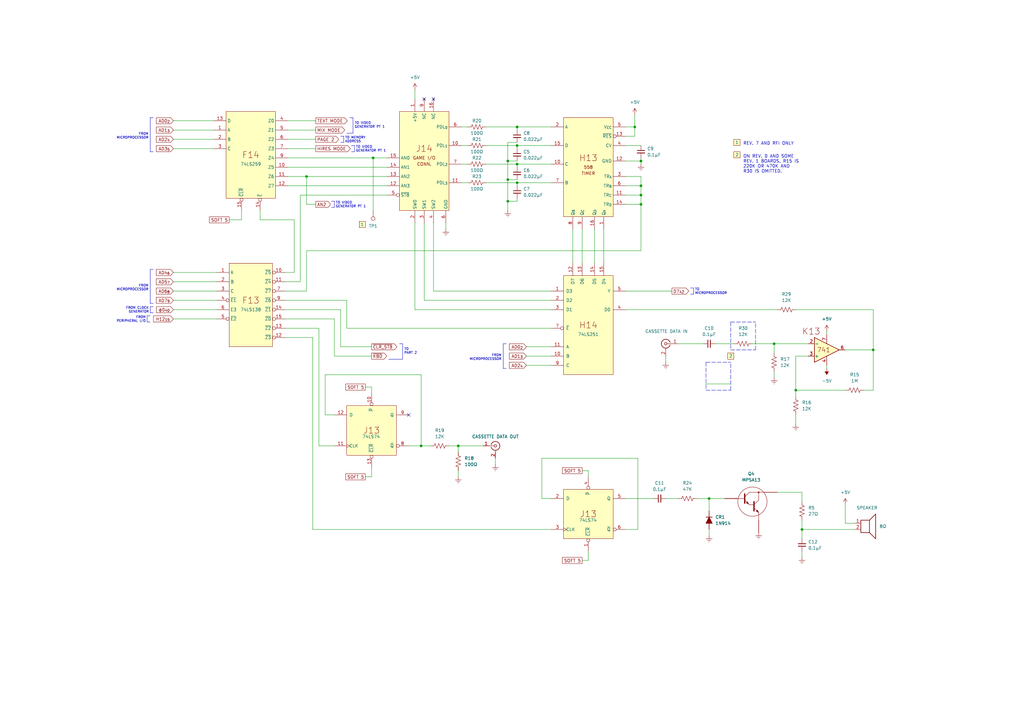
<source format=kicad_sch>
(kicad_sch (version 20211123) (generator eeschema)
  (paper "A3")
  (title_block (title "Apple II - On-Board I/O Part 1") (date "2022-07-11") (rev "ALL") (company "Apple Computers, Inc.") (comment 1 "Original schematic by Apple Computers") (comment 2 "https://github.com/omega9380/Retro-Schematics") (comment 3 "Replication by Omega9380 - July 2022") (comment 4 "Source: The Apple II Circuit Description by W. Gayler"))
  (lib_symbols
    (symbol "Apple II:F13_74LS138"
      (property "Value" "F13_74LS138" (at -7.62 1.27 0))
      (symbol "F13_74LS138_0_0"
        (rectangle (start 0 0) (end 17.78 -34.29) (fill (type background)))
        (text "F13" (at 8.89 -15.24 0) (effects (font (size 2.54 2.54))))
      )
      (symbol "F13_74LS138_1_0"
        (pin passive line (at -5.08 -3.81 0) (length 5.08) (name "A") (number "1"))
        (pin passive inverted (at 22.86 -3.81 180) (length 5.08) (name "~{Z5}") (number "10"))
        (pin passive inverted (at 22.86 -7.62 180) (length 5.08) (name "~{Z4}") (number "11"))
        (pin passive inverted (at 22.86 -30.48 180) (length 5.08) (name "~{Z3}") (number "12"))
        (pin passive inverted (at 22.86 -26.67 180) (length 5.08) (name "~{Z2}") (number "13"))
        (pin passive inverted (at 22.86 -19.05 180) (length 5.08) (name "~{Z1}") (number "14"))
        (pin passive inverted (at 22.86 -22.86 180) (length 5.08) (name "~{Z0}") (number "15"))
        (pin passive line (at -5.08 -7.62 0) (length 5.08) (name "B") (number "2"))
        (pin passive line (at -5.08 -11.43 0) (length 5.08) (name "C") (number "3"))
        (pin passive inverted (at -5.08 -15.24 0) (length 5.08) (name "~{E1}") (number "4"))
        (pin passive inverted (at -5.08 -22.86 0) (length 5.08) (name "~{E2}") (number "5"))
        (pin passive line (at -5.08 -19.05 0) (length 5.08) (name "E3") (number "6"))
        (pin passive inverted (at 22.86 -11.43 180) (length 5.08) (name "~{Z7}") (number "7"))
        (pin passive inverted (at 22.86 -15.24 180) (length 5.08) (name "~{Z6}") (number "9"))
      )
    )
    (symbol "Apple II:F14_74LS259"
      (property "Value" "F14_74LS259" (at -7.62 1.27 0))
      (symbol "F14_74LS259_0_0"
        (text "F14" (at 10.16 -17.78 0) (effects (font (size 2.54 2.54))))
      )
      (symbol "F14_74LS259_0_1"
        (rectangle (start 0 0) (end 20.32 -35.56) (fill (type background)))
      )
      (symbol "F14_74LS259_1_0"
        (pin passive line (at -5.08 -7.62 0) (length 5.08) (name "A") (number "1"))
        (pin passive line (at 25.4 -22.86 180) (length 5.08) (name "Z5") (number "10"))
        (pin passive line (at 25.4 -26.67 180) (length 5.08) (name "Z6") (number "11"))
        (pin passive line (at 25.4 -30.48 180) (length 5.08) (name "Z7") (number "12"))
        (pin passive line (at -5.08 -3.81 0) (length 5.08) (name "D") (number "13"))
        (pin passive inverted (at 13.97 -40.64 90) (length 5.08) (name "~{E}") (number "14"))
        (pin passive inverted (at 6.35 -40.64 90) (length 5.08) (name "~{CLR}") (number "15"))
        (pin passive line (at -5.08 -11.43 0) (length 5.08) (name "B") (number "2"))
        (pin passive line (at -5.08 -15.24 0) (length 5.08) (name "C") (number "3"))
        (pin passive line (at 25.4 -3.81 180) (length 5.08) (name "Z0") (number "4"))
        (pin passive line (at 25.4 -7.62 180) (length 5.08) (name "Z1") (number "5"))
        (pin passive line (at 25.4 -11.43 180) (length 5.08) (name "Z2") (number "6"))
        (pin passive line (at 25.4 -15.24 180) (length 5.08) (name "Z3") (number "7"))
        (pin passive line (at 25.4 -19.05 180) (length 5.08) (name "Z4") (number "9"))
      )
    )
    (symbol "Apple II:H13_558_TIMER"
      (symbol "H13_558_TIMER_0_0"
        (text "558" (at 10.16 -20.32 0) (effects (font (size 1.27 1.27))))
        (text "H13" (at 10.16 -16.51 0) (effects (font (size 2.54 2.54))))
        (text "TIMER" (at 10.16 -22.86 0) (effects (font (size 1.27 1.27))))
      )
      (symbol "H13_558_TIMER_0_1"
        (rectangle (start 0 0) (end 20.32 -40.64) (fill (type background)))
      )
      (symbol "H13_558_TIMER_1_0"
        (pin input line (at 16.51 -45.72 90) (length 5.08) (name "Q_{A}") (number "1"))
        (pin input line (at -5.08 -19.05 0) (length 5.08) (name "C") (number "10"))
        (pin input line (at 25.4 -31.75 180) (length 5.08) (name "TR_{C}") (number "11"))
        (pin input line (at 25.4 -17.78 180) (length 5.08) (name "GND") (number "12"))
        (pin input inverted (at 25.4 -7.62 180) (length 5.08) (name "~{RES}") (number "13"))
        (pin input line (at 25.4 -35.56 180) (length 5.08) (name "TR_{D}") (number "14"))
        (pin input line (at -5.08 -11.43 0) (length 5.08) (name "D") (number "15"))
        (pin input line (at 12.7 -45.72 90) (length 5.08) (name "Q_{D}") (number "16"))
        (pin input line (at -5.08 -3.81 0) (length 5.08) (name "A") (number "2"))
        (pin input line (at 25.4 -24.13 180) (length 5.08) (name "TR_{A}") (number "3"))
        (pin input line (at 25.4 -11.43 180) (length 5.08) (name "CV") (number "4"))
        (pin input line (at 25.4 -3.81 180) (length 5.08) (name "V_{CC}") (number "5"))
        (pin input line (at 25.4 -27.94 180) (length 5.08) (name "TR_{B}") (number "6"))
        (pin input line (at -5.08 -26.67 0) (length 5.08) (name "B") (number "7"))
        (pin input line (at 3.81 -45.72 90) (length 5.08) (name "Q_{B}") (number "8"))
        (pin input line (at 7.62 -45.72 90) (length 5.08) (name "Q_{C}") (number "9"))
      )
    )
    (symbol "Apple II:H14_74LS251" (pin_names (offset 1.016))
      (property "Value" "H14_74LS251" (at -7.62 2.54 0))
      (symbol "H14_74LS251_0_0"
        (text "H14" (at 10.16 -20.32 0) (effects (font (size 2.54 2.54))))
      )
      (symbol "H14_74LS251_0_1"
        (rectangle (start 0 0) (end 20.32 -40.64) (fill (type background)))
      )
      (symbol "H14_74LS251_1_0"
        (pin input line (at -5.08 -6.35 0) (length 5.08) (name "D3") (number "1"))
        (pin input line (at -5.08 -33.02 0) (length 5.08) (name "B") (number "10"))
        (pin input line (at -5.08 -29.21 0) (length 5.08) (name "A") (number "11"))
        (pin input line (at 3.81 5.08 270) (length 5.08) (name "D7") (number "12"))
        (pin input line (at 7.62 5.08 270) (length 5.08) (name "D6") (number "13"))
        (pin input line (at 12.7 5.08 270) (length 5.08) (name "D5") (number "14"))
        (pin input line (at 16.51 5.08 270) (length 5.08) (name "D4") (number "15"))
        (pin input line (at -5.08 -10.16 0) (length 5.08) (name "D2") (number "2"))
        (pin input line (at -5.08 -13.97 0) (length 5.08) (name "D1") (number "3"))
        (pin input line (at 25.4 -13.97 180) (length 5.08) (name "D0") (number "4"))
        (pin tri_state line (at 25.4 -6.35 180) (length 5.08) (name "Y") (number "5"))
        (pin input inverted (at -5.08 -21.59 0) (length 5.08) (name "~{E}") (number "7"))
        (pin input line (at -5.08 -36.83 0) (length 5.08) (name "C") (number "9"))
      )
    )
    (symbol "Apple II:J13_74LS74" (pin_names (offset 1.016))
      (property "Value" "J13_74LS74" (at -6.35 1.27 0))
      (symbol "J13_74LS74_0_0"
        (text "J13" (at 10.16 -10.16 0) (effects (font (size 2.54 2.54))))
      )
      (symbol "J13_74LS74_0_1"
        (rectangle (start 0 0) (end 20.32 -20.32) (fill (type background)))
      )
      (symbol "J13_74LS74_1_0"
        (pin input inverted (at 10.16 -25.4 90) (length 5.08) (name "~{CLR}") (number "1"))
        (pin input line (at -5.08 -3.81 0) (length 5.08) (name "D") (number "2"))
        (pin input clock (at -5.08 -16.51 0) (length 5.08) (name "CLK") (number "3"))
        (pin input inverted (at 10.16 5.08 270) (length 5.08) (name "~{P}") (number "4"))
        (pin output line (at 25.4 -3.81 180) (length 5.08) (name "Q") (number "5"))
        (pin output inverted (at 25.4 -16.51 180) (length 5.08) (name "~{Q}") (number "6"))
      )
      (symbol "J13_74LS74_2_0"
        (pin input inverted (at 10.16 5.08 270) (length 5.08) (name "~{P}") (number "10"))
        (pin input clock (at -5.08 -16.51 0) (length 5.08) (name "CLK") (number "11"))
        (pin input line (at -5.08 -3.81 0) (length 5.08) (name "D") (number "12"))
        (pin input inverted (at 10.16 -25.4 90) (length 5.08) (name "~{CLR}") (number "13"))
        (pin output inverted (at 25.4 -16.51 180) (length 5.08) (name "~{Q}") (number "8"))
        (pin output line (at 25.4 -3.81 180) (length 5.08) (name "Q") (number "9"))
      )
    )
    (symbol "Apple II:J14_GAME_IO_CONN"
      (symbol "J14_GAME_IO_CONN_0_0"
        (text "CONN." (at 10.16 -21.59 0) (effects (font (size 1.27 1.27))))
        (text "GAME I/O" (at 10.16 -19.05 0) (effects (font (size 1.27 1.27))))
        (text "J14" (at 10.16 -15.24 0) (effects (font (size 2.54 2.54))))
      )
      (symbol "J14_GAME_IO_CONN_0_1"
        (rectangle (start 0 0) (end 20.32 -40.64) (fill (type background)))
      )
      (symbol "J14_GAME_IO_CONN_1_0"
        (pin passive line (at 6.35 5.08 270) (length 5.08) (name "+5V") (number "1"))
        (pin passive line (at 25.4 -13.97 180) (length 5.08) (name "PDL_{1}") (number "10"))
        (pin passive line (at 25.4 -29.21 180) (length 5.08) (name "PDL_{3}") (number "11"))
        (pin passive line (at -5.08 -30.48 0) (length 5.08) (name "AN3") (number "12"))
        (pin passive line (at -5.08 -26.67 0) (length 5.08) (name "AN2") (number "13"))
        (pin passive line (at -5.08 -22.86 0) (length 5.08) (name "AN1") (number "14"))
        (pin passive line (at -5.08 -19.05 0) (length 5.08) (name "AN0") (number "15"))
        (pin no_connect line (at 13.97 5.08 270) (length 5.08) (name "NC") (number "16"))
        (pin passive line (at 6.35 -45.72 90) (length 5.08) (name "SW0") (number "2"))
        (pin passive line (at 10.16 -45.72 90) (length 5.08) (name "SW1") (number "3"))
        (pin passive line (at 13.97 -45.72 90) (length 5.08) (name "SW2") (number "4"))
        (pin passive inverted (at -5.08 -34.29 0) (length 5.08) (name "~{STB}") (number "5"))
        (pin passive line (at 19.05 -45.72 90) (length 5.08) (name "GND") (number "6"))
        (pin passive line (at 25.4 -6.35 180) (length 5.08) (name "PDL_{0}") (number "6"))
        (pin passive line (at 25.4 -21.59 180) (length 5.08) (name "PDL_{2}") (number "7"))
        (pin no_connect line (at 10.16 5.08 270) (length 5.08) (name "NC") (number "9"))
      )
    )
    (symbol "Apple II:K13_LM741" (pin_names (offset 0.127))
      (symbol "K13_LM741_0_0"
        (text "741" (at -1.27 0 0) (effects (font (size 1.905 1.905))))
        (text "K13" (at -6.35 7.62 0) (effects (font (size 2.54 2.54))))
      )
      (symbol "K13_LM741_0_1"
        (polyline (pts (xy -5.08 5.08) (xy 5.08 0) (xy -5.08 -5.08) (xy -5.08 5.08)) (stroke (width 0.254)) (fill (type background)))
      )
      (symbol "K13_LM741_1_1"
        (pin input line (at -7.62 2.54 0) (length 2.54) (name "-") (number "2"))
        (pin input line (at -7.62 -2.54 0) (length 2.54) (name "+") (number "3"))
        (pin power_in line (at 0 -6.35 90) (length 3.81) (name "~") (number "4"))
        (pin output line (at 7.62 0 180) (length 2.54) (name "~") (number "6"))
        (pin power_in line (at 0 6.35 270) (length 3.81) (name "~") (number "7"))
      )
    )
    (symbol "Apple II:NOTE_NUMBER"
      (property "Value" "NOTE_NUMBER" (at 0 0 0))
      (symbol "NOTE_NUMBER_0_0"
        (rectangle (start -1.27 1.27) (end 1.27 -1.27) (fill (type background)))
      )
    )
    (symbol "Apple II:Q4_MPSA13"
      (property "Reference" "Q" (at 0 8.89 0))
      (property "Value" "Q4_MPSA13" (at 0 11.43 0))
      (symbol "Q4_MPSA13_0_1"
        (polyline (pts (xy -3.175 1.27) (xy -6.985 1.27)))
        (polyline (pts (xy -3.175 1.905) (xy -1.27 3.81)))
        (polyline (pts (xy -1.27 -1.27) (xy 0.635 -1.27)))
        (polyline (pts (xy 0.635 -1.27) (xy 2.54 0.635)))
        (polyline (pts (xy 2.54 -4.445) (xy 2.54 -7.62)))
        (polyline (pts (xy 2.54 3.81) (xy 5.715 3.81)))
        (polyline (pts (xy -3.175 0.635) (xy -1.27 -1.27) (xy -1.27 -1.27)))
        (polyline (pts (xy -3.175 3.175) (xy -3.175 -0.635) (xy -3.175 -0.635)) (stroke (width 0.508)))
        (polyline (pts (xy -1.27 3.81) (xy 2.54 3.81) (xy 2.54 0.635)))
        (polyline (pts (xy 0.635 -2.54) (xy 2.54 -4.445) (xy 2.54 -4.445)))
        (polyline (pts (xy 0.635 0) (xy 0.635 -3.81) (xy 0.635 -3.81)) (stroke (width 0.508)))
        (polyline (pts (xy -2.54 -0.508) (xy -2.032 0) (xy -1.524 -1.016) (xy -2.54 -0.508) (xy -2.54 -0.508)) (fill (type outline)))
        (polyline (pts (xy 1.524 -3.937) (xy 2.032 -3.429) (xy 2.54 -4.445) (xy 1.524 -3.937) (xy 1.524 -3.937)) (fill (type outline)))
        (circle (center 0 0) (radius 5.9906))
        (circle (center 2.54 3.81) (radius 0.254) (fill (type outline)))
      )
      (symbol "Q4_MPSA13_1_0"
        (pin passive line (at -11.43 1.27 0) (length 5.08) (name "~") (number ""))
        (pin passive line (at 2.54 -12.7 90) (length 5.08) (name "~") (number ""))
        (pin passive line (at 10.16 3.81 180) (length 5.08) (name "~") (number ""))
      )
    )
    (symbol "Connector:Conn_Coaxial" (pin_names (offset 1.016) hide)
      (property "Reference" "J" (at 0.254 3.048 0))
      (property "Value" "Conn_Coaxial" (at 2.921 0 90))
      (symbol "Conn_Coaxial_0_1"
        (arc (start -1.778 -0.508) (mid 0.2311 -1.8066) (end 1.778 0) (stroke (width 0.254)))
        (polyline (pts (xy -2.54 0) (xy -0.508 0)))
        (polyline (pts (xy 0 -2.54) (xy 0 -1.778)))
        (circle (center 0 0) (radius 0.508) (stroke (width 0.2032)))
        (arc (start 1.778 0) (mid 0.2099 1.8101) (end -1.778 0.508) (stroke (width 0.254)))
      )
      (symbol "Conn_Coaxial_1_1"
        (pin passive line (at -5.08 0 0) (length 2.54) (name "In") (number "1"))
        (pin passive line (at 0 -5.08 90) (length 2.54) (name "Ext") (number "2"))
      )
    )
    (symbol "Connector:TestPoint" (pin_numbers hide) (pin_names (offset 0.762) hide)
      (property "Reference" "TP" (at 0 6.858 0))
      (property "Value" "TestPoint" (at 0 5.08 0))
      (symbol "TestPoint_0_1"
        (circle (center 0 3.302) (radius 0.762))
      )
      (symbol "TestPoint_1_1"
        (pin passive line (at 0 0 90) (length 2.54) (name "1") (number "1"))
      )
    )
    (symbol "Device:C_Small" (pin_numbers hide) (pin_names (offset 0.254) hide)
      (property "Reference" "C" (at 0.254 1.778 0))
      (property "Value" "C_Small" (at 0.254 -2.032 0))
      (symbol "C_Small_0_1"
        (polyline (pts (xy -1.524 -0.508) (xy 1.524 -0.508)) (stroke (width 0.3302)))
        (polyline (pts (xy -1.524 0.508) (xy 1.524 0.508)) (stroke (width 0.3048)))
      )
      (symbol "C_Small_1_1"
        (pin passive line (at 0 2.54 270) (length 2.032) (name "~") (number "1"))
        (pin passive line (at 0 -2.54 90) (length 2.032) (name "~") (number "2"))
      )
    )
    (symbol "Device:D_Filled" (pin_numbers hide) (pin_names (offset 1.016) hide)
      (property "Reference" "D" (at 0 2.54 0))
      (property "Value" "D_Filled" (at 0 -2.54 0))
      (symbol "D_Filled_0_1"
        (polyline (pts (xy -1.27 1.27) (xy -1.27 -1.27)) (stroke (width 0.254)))
        (polyline (pts (xy 1.27 0) (xy -1.27 0)))
        (polyline (pts (xy 1.27 1.27) (xy 1.27 -1.27) (xy -1.27 0) (xy 1.27 1.27)) (stroke (width 0.254)) (fill (type outline)))
      )
      (symbol "D_Filled_1_1"
        (pin passive line (at -3.81 0 0) (length 2.54) (name "K") (number "1"))
        (pin passive line (at 3.81 0 180) (length 2.54) (name "A") (number "2"))
      )
    )
    (symbol "Device:R_US" (pin_numbers hide) (pin_names (offset 0))
      (property "Reference" "R" (at 2.54 0 90))
      (property "Value" "R_US" (at -2.54 0 90))
      (symbol "R_US_0_1"
        (polyline (pts (xy 0 -2.286) (xy 0 -2.54)))
        (polyline (pts (xy 0 2.286) (xy 0 2.54)))
        (polyline (pts (xy 0 -0.762) (xy 1.016 -1.143) (xy 0 -1.524) (xy -1.016 -1.905) (xy 0 -2.286)))
        (polyline (pts (xy 0 0.762) (xy 1.016 0.381) (xy 0 0) (xy -1.016 -0.381) (xy 0 -0.762)))
        (polyline (pts (xy 0 2.286) (xy 1.016 1.905) (xy 0 1.524) (xy -1.016 1.143) (xy 0 0.762)))
      )
      (symbol "R_US_1_1"
        (pin passive line (at 0 3.81 270) (length 1.27) (name "~") (number "1"))
        (pin passive line (at 0 -3.81 90) (length 1.27) (name "~") (number "2"))
      )
    )
    (symbol "Device:Speaker" (pin_names (offset 0) hide)
      (property "Reference" "LS" (at 1.27 5.715 0))
      (property "Value" "Speaker" (at 1.27 3.81 0))
      (symbol "Speaker_0_0"
        (rectangle (start -2.54 1.27) (end 1.016 -3.81) (stroke (width 0.254)))
        (polyline (pts (xy 1.016 1.27) (xy 3.556 3.81) (xy 3.556 -6.35) (xy 1.016 -3.81)) (stroke (width 0.254)))
      )
      (symbol "Speaker_1_1"
        (pin input line (at -5.08 0 0) (length 2.54) (name "1") (number "1"))
        (pin input line (at -5.08 -2.54 0) (length 2.54) (name "2") (number "2"))
      )
    )
    (symbol "power:+5V" (power) (pin_names (offset 0))
      (property "Value" "+5V" (at 0 3.556 0))
      (symbol "+5V_0_1"
        (polyline (pts (xy -0.762 1.27) (xy 0 2.54)))
        (polyline (pts (xy 0 0) (xy 0 2.54)))
        (polyline (pts (xy 0 2.54) (xy 0.762 1.27)))
      )
      (symbol "+5V_1_1"
        (pin power_in line (at 0 0 90) (length 0) hide (name "+5V") (number "1"))
      )
    )
    (symbol "power:-5V" (power) (pin_names (offset 0))
      (property "Value" "-5V" (at 0 3.81 0))
      (symbol "-5V_0_0"
        (pin power_in line (at 0 0 90) (length 0) hide (name "-5V") (number "1"))
      )
      (symbol "-5V_0_1"
        (polyline (pts (xy 0 0) (xy 0 1.27) (xy 0.762 1.27) (xy 0 2.54) (xy -0.762 1.27) (xy 0 1.27)) (fill (type outline)))
      )
    )
    (symbol "power:Earth" (power) (pin_names (offset 0))
      (symbol "Earth_0_1"
        (polyline (pts (xy -0.635 -1.905) (xy 0.635 -1.905)))
        (polyline (pts (xy -0.127 -2.54) (xy 0.127 -2.54)))
        (polyline (pts (xy 0 -1.27) (xy 0 0)))
        (polyline (pts (xy 1.27 -1.27) (xy -1.27 -1.27)))
      )
      (symbol "Earth_1_1"
        (pin power_in line (at 0 0 270) (length 0) hide (name "Earth") (number "1"))
      )
    )
  )
  (junction (at 358.14 143.51))
  (junction (at 208.28 73.66))
  (junction (at 208.28 82.55))
  (junction (at 262.89 76.2))
  (junction (at 262.89 66.04))
  (junction (at 328.93 217.17))
  (junction (at 262.89 80.01))
  (junction (at 187.96 182.88))
  (junction (at 262.89 83.82))
  (junction (at 208.28 66.04))
  (junction (at 326.39 160.02))
  (junction (at 260.35 52.07))
  (junction (at 153.035 64.77))
  (junction (at 212.09 59.69))
  (junction (at 125.73 72.39))
  (junction (at 172.72 182.88))
  (junction (at 212.09 52.07))
  (junction (at 290.83 204.47))
  (junction (at 212.09 67.31))
  (junction (at 212.09 74.93))
  (junction (at 317.5 140.97))
  (no_connect (at 173.99 40.64))
  (no_connect (at 177.8 40.64))
  (no_connect (at 167.64 170.18))
  (wire (pts (xy 71.12 130.81) (xy 88.9 130.81)))
  (wire (pts (xy 172.72 153.67) (xy 172.72 182.88)))
  (wire (pts (xy 71.12 53.34) (xy 87.63 53.34)))
  (wire (pts (xy 208.28 73.66) (xy 212.09 73.66)))
  (polyline (pts (xy 299.72 160.02) (xy 299.72 148.59)))
  (wire (pts (xy 142.24 134.62) (xy 226.06 134.62)))
  (polyline (pts (xy 61.595 125.73) (xy 61.595 128.27)) (stroke (width 0) (type solid)))
  (wire (pts (xy 256.54 80.01) (xy 262.89 80.01)))
  (wire (pts (xy 317.5 154.94) (xy 317.5 152.4)))
  (wire (pts (xy 212.09 74.93) (xy 226.06 74.93)))
  (wire (pts (xy 133.35 153.67) (xy 172.72 153.67)))
  (wire (pts (xy 262.89 83.82) (xy 262.89 102.87)))
  (wire (pts (xy 293.37 140.97) (xy 300.99 140.97)))
  (wire (pts (xy 215.9 146.05) (xy 226.06 146.05)))
  (wire (pts (xy 71.12 60.96) (xy 87.63 60.96)))
  (wire (pts (xy 208.28 66.04) (xy 208.28 73.66)))
  (wire (pts (xy 130.81 134.62) (xy 130.81 182.88)))
  (wire (pts (xy 142.24 123.19) (xy 142.24 134.62)))
  (wire (pts (xy 222.25 187.96) (xy 261.62 187.96)))
  (wire (pts (xy 262.89 76.2) (xy 262.89 80.01)))
  (wire (pts (xy 326.39 160.02) (xy 326.39 162.56)))
  (polyline (pts (xy 206.375 140.97) (xy 206.375 151.13)) (stroke (width 0) (type solid)))
  (wire (pts (xy 241.3 229.87) (xy 238.76 229.87)))
  (polyline (pts (xy 139.7 58.42) (xy 140.97 58.42)) (stroke (width 0) (type solid)))
  (wire (pts (xy 317.5 140.97) (xy 331.47 140.97)))
  (polyline (pts (xy 140.97 55.88) (xy 140.97 58.42)) (stroke (width 0) (type solid)))
  (wire (pts (xy 260.35 46.99) (xy 260.35 52.07)))
  (wire (pts (xy 106.68 90.17) (xy 106.68 86.36)))
  (wire (pts (xy 123.19 80.01) (xy 123.19 115.57)))
  (wire (pts (xy 358.14 127) (xy 358.14 143.51)))
  (polyline (pts (xy 207.645 140.97) (xy 206.375 140.97)) (stroke (width 0) (type solid)))
  (wire (pts (xy 177.8 119.38) (xy 226.06 119.38)))
  (polyline (pts (xy 145.415 59.69) (xy 145.415 62.23)) (stroke (width 0) (type solid)))
  (wire (pts (xy 256.54 52.07) (xy 260.35 52.07)))
  (wire (pts (xy 241.3 193.04) (xy 238.76 193.04)))
  (wire (pts (xy 129.54 57.15) (xy 118.11 57.15)))
  (polyline (pts (xy 62.865 62.23) (xy 61.595 62.23)) (stroke (width 0) (type solid)))
  (wire (pts (xy 170.18 36.83) (xy 170.18 40.64)))
  (wire (pts (xy 116.84 127) (xy 139.7 127)))
  (wire (pts (xy 191.77 59.69) (xy 189.23 59.69)))
  (wire (pts (xy 297.18 204.47) (xy 290.83 204.47)))
  (wire (pts (xy 256.54 55.88) (xy 260.35 55.88)))
  (wire (pts (xy 261.62 217.17) (xy 256.54 217.17)))
  (polyline (pts (xy 289.56 160.02) (xy 299.72 160.02)))
  (wire (pts (xy 273.05 148.59) (xy 273.05 146.05)))
  (wire (pts (xy 326.39 127) (xy 358.14 127)))
  (wire (pts (xy 182.88 93.98) (xy 182.88 91.44)))
  (wire (pts (xy 241.3 195.58) (xy 241.3 193.04)))
  (polyline (pts (xy 62.865 125.73) (xy 61.595 125.73)) (stroke (width 0) (type solid)))
  (wire (pts (xy 191.77 52.07) (xy 189.23 52.07)))
  (polyline (pts (xy 62.865 128.27) (xy 61.595 128.27)) (stroke (width 0) (type solid)))
  (wire (pts (xy 260.35 52.07) (xy 260.35 55.88)))
  (polyline (pts (xy 60.325 129.54) (xy 60.325 132.08)) (stroke (width 0) (type solid)))
  (polyline (pts (xy 283.21 120.65) (xy 284.48 120.65)) (stroke (width 0) (type solid)))
  (wire (pts (xy 137.16 130.81) (xy 137.16 146.05)))
  (wire (pts (xy 350.52 214.63) (xy 346.71 214.63)))
  (polyline (pts (xy 135.89 82.55) (xy 137.16 82.55)) (stroke (width 0) (type solid)))
  (wire (pts (xy 262.89 66.04) (xy 262.89 64.77)))
  (wire (pts (xy 212.09 82.55) (xy 208.28 82.55)))
  (wire (pts (xy 328.93 228.6) (xy 328.93 226.06)))
  (wire (pts (xy 212.09 81.28) (xy 212.09 82.55)))
  (wire (pts (xy 128.27 217.17) (xy 226.06 217.17)))
  (wire (pts (xy 137.16 146.05) (xy 152.4 146.05)))
  (wire (pts (xy 120.65 111.76) (xy 120.65 90.17)))
  (wire (pts (xy 125.73 72.39) (xy 125.73 83.82)))
  (wire (pts (xy 187.96 182.88) (xy 198.12 182.88)))
  (polyline (pts (xy 144.78 48.26) (xy 144.78 54.61)) (stroke (width 0) (type solid)))
  (wire (pts (xy 152.4 195.58) (xy 149.86 195.58)))
  (wire (pts (xy 278.13 204.47) (xy 273.05 204.47)))
  (wire (pts (xy 256.54 204.47) (xy 267.97 204.47)))
  (wire (pts (xy 234.95 107.95) (xy 234.95 93.98)))
  (wire (pts (xy 318.77 201.93) (xy 328.93 201.93)))
  (wire (pts (xy 262.89 83.82) (xy 256.54 83.82)))
  (polyline (pts (xy 143.51 48.26) (xy 144.78 48.26)) (stroke (width 0) (type solid)))
  (wire (pts (xy 326.39 146.05) (xy 331.47 146.05)))
  (wire (pts (xy 212.09 67.31) (xy 226.06 67.31)))
  (wire (pts (xy 328.93 201.93) (xy 328.93 205.74)))
  (wire (pts (xy 262.89 80.01) (xy 262.89 83.82)))
  (wire (pts (xy 212.09 59.69) (xy 226.06 59.69)))
  (wire (pts (xy 358.14 143.51) (xy 346.71 143.51)))
  (wire (pts (xy 256.54 72.39) (xy 262.89 72.39)))
  (wire (pts (xy 71.12 49.53) (xy 87.63 49.53)))
  (wire (pts (xy 129.54 53.34) (xy 118.11 53.34)))
  (polyline (pts (xy 283.21 118.11) (xy 284.48 118.11)) (stroke (width 0) (type solid)))
  (wire (pts (xy 125.73 102.87) (xy 125.73 119.38)))
  (polyline (pts (xy 299.72 143.51) (xy 309.88 143.51)))
  (wire (pts (xy 346.71 207.01) (xy 346.71 214.63)))
  (wire (pts (xy 212.09 68.58) (xy 212.09 67.31)))
  (wire (pts (xy 212.09 59.69) (xy 199.39 59.69)))
  (polyline (pts (xy 139.7 55.88) (xy 140.97 55.88)) (stroke (width 0) (type solid)))
  (wire (pts (xy 116.84 138.43) (xy 128.27 138.43)))
  (wire (pts (xy 212.09 67.31) (xy 199.39 67.31)))
  (wire (pts (xy 137.16 170.18) (xy 133.35 170.18)))
  (wire (pts (xy 71.12 123.19) (xy 88.9 123.19)))
  (wire (pts (xy 289.56 157.48) (xy 299.72 157.48)))
  (wire (pts (xy 177.8 91.44) (xy 177.8 119.38)))
  (wire (pts (xy 358.14 160.02) (xy 354.33 160.02)))
  (wire (pts (xy 326.39 173.99) (xy 326.39 170.18)))
  (wire (pts (xy 261.62 187.96) (xy 261.62 217.17)))
  (wire (pts (xy 262.89 67.31) (xy 262.89 66.04)))
  (polyline (pts (xy 61.595 129.54) (xy 60.325 129.54)) (stroke (width 0) (type solid)))
  (wire (pts (xy 71.12 115.57) (xy 88.9 115.57)))
  (polyline (pts (xy 165.1 140.97) (xy 165.1 147.32)) (stroke (width 0) (type solid)))
  (wire (pts (xy 152.4 161.29) (xy 152.4 158.75)))
  (wire (pts (xy 256.54 127) (xy 318.77 127)))
  (wire (pts (xy 118.11 72.39) (xy 125.73 72.39)))
  (polyline (pts (xy 284.48 118.11) (xy 284.48 120.65)) (stroke (width 0) (type solid)))
  (wire (pts (xy 262.89 102.87) (xy 125.73 102.87)))
  (polyline (pts (xy 61.595 48.26) (xy 61.595 62.23)) (stroke (width 0) (type solid)))
  (polyline (pts (xy 62.865 124.46) (xy 61.595 124.46)) (stroke (width 0) (type solid)))
  (wire (pts (xy 285.75 204.47) (xy 290.83 204.47)))
  (wire (pts (xy 328.93 217.17) (xy 328.93 213.36)))
  (wire (pts (xy 99.06 86.36) (xy 99.06 90.17)))
  (polyline (pts (xy 142.24 54.61) (xy 144.78 54.61)) (stroke (width 0) (type solid)))
  (wire (pts (xy 71.12 111.76) (xy 88.9 111.76)))
  (wire (pts (xy 152.4 158.75) (xy 149.86 158.75)))
  (wire (pts (xy 339.09 135.89) (xy 339.09 137.16)))
  (polyline (pts (xy 289.56 148.59) (xy 299.72 148.59)))
  (wire (pts (xy 212.09 53.34) (xy 212.09 52.07)))
  (wire (pts (xy 222.25 204.47) (xy 222.25 187.96)))
  (polyline (pts (xy 309.88 143.51) (xy 309.88 132.08)))
  (wire (pts (xy 153.035 64.77) (xy 158.75 64.77)))
  (polyline (pts (xy 61.595 110.49) (xy 61.595 124.46)) (stroke (width 0) (type solid)))
  (wire (pts (xy 358.14 143.51) (xy 358.14 160.02)))
  (wire (pts (xy 125.73 72.39) (xy 158.75 72.39)))
  (polyline (pts (xy 62.865 48.26) (xy 61.595 48.26)) (stroke (width 0) (type solid)))
  (wire (pts (xy 172.72 182.88) (xy 167.64 182.88)))
  (wire (pts (xy 212.09 58.42) (xy 208.28 58.42)))
  (wire (pts (xy 116.84 123.19) (xy 142.24 123.19)))
  (wire (pts (xy 152.4 191.77) (xy 152.4 195.58)))
  (wire (pts (xy 243.84 107.95) (xy 243.84 93.98)))
  (wire (pts (xy 238.76 107.95) (xy 238.76 93.98)))
  (wire (pts (xy 71.12 119.38) (xy 88.9 119.38)))
  (polyline (pts (xy 144.145 62.23) (xy 145.415 62.23)) (stroke (width 0) (type solid)))
  (wire (pts (xy 241.3 226.06) (xy 241.3 229.87)))
  (wire (pts (xy 256.54 59.69) (xy 262.89 59.69)))
  (wire (pts (xy 170.18 91.44) (xy 170.18 127)))
  (wire (pts (xy 212.09 74.93) (xy 199.39 74.93)))
  (wire (pts (xy 71.12 57.15) (xy 87.63 57.15)))
  (wire (pts (xy 212.09 60.96) (xy 212.09 59.69)))
  (wire (pts (xy 212.09 76.2) (xy 212.09 74.93)))
  (wire (pts (xy 116.84 130.81) (xy 137.16 130.81)))
  (wire (pts (xy 128.27 138.43) (xy 128.27 217.17)))
  (wire (pts (xy 118.11 64.77) (xy 153.035 64.77)))
  (wire (pts (xy 208.28 58.42) (xy 208.28 66.04)))
  (polyline (pts (xy 299.72 132.08) (xy 299.72 143.51)))
  (wire (pts (xy 130.81 182.88) (xy 137.16 182.88)))
  (polyline (pts (xy 289.56 148.59) (xy 289.56 160.02)))
  (wire (pts (xy 328.93 217.17) (xy 350.52 217.17)))
  (wire (pts (xy 129.54 60.96) (xy 118.11 60.96)))
  (wire (pts (xy 203.2 190.5) (xy 203.2 187.96)))
  (wire (pts (xy 172.72 182.88) (xy 176.53 182.88)))
  (wire (pts (xy 170.18 127) (xy 226.06 127)))
  (wire (pts (xy 116.84 134.62) (xy 130.81 134.62)))
  (polyline (pts (xy 62.865 110.49) (xy 61.595 110.49)) (stroke (width 0) (type solid)))
  (wire (pts (xy 226.06 204.47) (xy 222.25 204.47)))
  (wire (pts (xy 158.75 80.01) (xy 123.19 80.01)))
  (wire (pts (xy 187.96 195.58) (xy 187.96 193.04)))
  (wire (pts (xy 208.28 82.55) (xy 208.28 86.36)))
  (wire (pts (xy 133.35 170.18) (xy 133.35 153.67)))
  (wire (pts (xy 139.7 127) (xy 139.7 142.24)))
  (wire (pts (xy 215.9 149.86) (xy 226.06 149.86)))
  (wire (pts (xy 328.93 220.98) (xy 328.93 217.17)))
  (wire (pts (xy 317.5 140.97) (xy 317.5 144.78)))
  (polyline (pts (xy 299.72 132.08) (xy 309.88 132.08)))
  (wire (pts (xy 339.09 151.13) (xy 339.09 149.86)))
  (wire (pts (xy 247.65 107.95) (xy 247.65 93.98)))
  (wire (pts (xy 256.54 66.04) (xy 262.89 66.04)))
  (wire (pts (xy 118.11 68.58) (xy 158.75 68.58)))
  (wire (pts (xy 262.89 72.39) (xy 262.89 76.2)))
  (wire (pts (xy 290.83 204.47) (xy 290.83 209.55)))
  (wire (pts (xy 212.09 52.07) (xy 226.06 52.07)))
  (wire (pts (xy 93.98 90.17) (xy 99.06 90.17)))
  (wire (pts (xy 278.13 140.97) (xy 288.29 140.97)))
  (polyline (pts (xy 144.145 59.69) (xy 145.415 59.69)) (stroke (width 0) (type solid)))
  (polyline (pts (xy 137.16 82.55) (xy 137.16 85.09)) (stroke (width 0) (type solid)))
  (wire (pts (xy 275.59 119.38) (xy 256.54 119.38)))
  (wire (pts (xy 208.28 66.04) (xy 212.09 66.04)))
  (wire (pts (xy 326.39 160.02) (xy 326.39 146.05)))
  (polyline (pts (xy 159.385 147.32) (xy 165.1 147.32)) (stroke (width 0) (type solid)))
  (polyline (pts (xy 163.83 140.97) (xy 165.1 140.97)) (stroke (width 0) (type solid)))
  (wire (pts (xy 125.73 119.38) (xy 116.84 119.38)))
  (wire (pts (xy 290.83 219.71) (xy 290.83 217.17)))
  (wire (pts (xy 120.65 90.17) (xy 106.68 90.17)))
  (wire (pts (xy 184.15 182.88) (xy 187.96 182.88)))
  (wire (pts (xy 123.19 115.57) (xy 116.84 115.57)))
  (polyline (pts (xy 61.595 132.08) (xy 60.325 132.08)) (stroke (width 0) (type solid)))
  (wire (pts (xy 118.11 76.2) (xy 158.75 76.2)))
  (wire (pts (xy 139.7 142.24) (xy 152.4 142.24)))
  (wire (pts (xy 129.54 49.53) (xy 118.11 49.53)))
  (wire (pts (xy 191.77 74.93) (xy 189.23 74.93)))
  (wire (pts (xy 191.77 67.31) (xy 189.23 67.31)))
  (wire (pts (xy 256.54 76.2) (xy 262.89 76.2)))
  (polyline (pts (xy 135.89 85.09) (xy 137.16 85.09)) (stroke (width 0) (type solid)))
  (wire (pts (xy 125.73 83.82) (xy 129.54 83.82)))
  (wire (pts (xy 71.12 127) (xy 88.9 127)))
  (wire (pts (xy 153.035 86.36) (xy 153.035 64.77)))
  (wire (pts (xy 173.99 91.44) (xy 173.99 123.19)))
  (wire (pts (xy 346.71 160.02) (xy 326.39 160.02)))
  (polyline (pts (xy 207.645 151.13) (xy 206.375 151.13)) (stroke (width 0) (type solid)))
  (wire (pts (xy 212.09 52.07) (xy 199.39 52.07)))
  (wire (pts (xy 116.84 111.76) (xy 120.65 111.76)))
  (wire (pts (xy 215.9 142.24) (xy 226.06 142.24)))
  (wire (pts (xy 308.61 140.97) (xy 317.5 140.97)))
  (wire (pts (xy 208.28 73.66) (xy 208.28 82.55)))
  (wire (pts (xy 187.96 182.88) (xy 187.96 185.42)))
  (wire (pts (xy 173.99 123.19) (xy 226.06 123.19)))
  (text "TO\nPART 2" (at 165.735 145.415 0) (effects (font (size 0.96 0.96)) (justify left bottom)))
  (text "TO VIDEO\nGENERATOR PT 1" (at 137.668 85.344 0) (effects (font (size 0.96 0.96)) (justify left bottom)))
  (text "REV. 7 AND RFI ONLY" (at 304.8 59.69 0) (effects (font (size 1.27 1.27)) (justify left bottom)))
  (text "FROM\nMICROPROCESSOR" (at 60.96 119.38 180) (effects (font (size 0.96 0.96)) (justify right bottom)))
  (text "TO VIDEO\nGENERATOR PT 1" (at 145.923 62.484 0) (effects (font (size 0.96 0.96)) (justify left bottom)))
  (text "TO\nMICROPROCESSOR" (at 284.988 120.904 0) (effects (font (size 0.96 0.96)) (justify left bottom)))
  (text "FROM\nPERIPHERAL I/O" (at 59.817 132.334 180) (effects (font (size 0.96 0.96)) (justify right bottom)))
  (text "TO MEMORY\nADDRESS" (at 141.478 58.674 0) (effects (font (size 0.96 0.96)) (justify left bottom)))
  (text "ON REV. 0 AND SOME\nREV. 1 BOARDS, R15 IS\n220K OR 470K AND\nR30 IS OMITTED." (at 304.8 71.12 0) (effects (font (size 1.27 1.27)) (justify left bottom)))
  (text "FROM\nMICROPROCESSOR" (at 205.74 147.955 180) (effects (font (size 0.96 0.96)) (justify right bottom)))
  (text "FROM CLOCK\nGENERATOR" (at 61.087 128.524 180) (effects (font (size 0.96 0.96)) (justify right bottom)))
  (text "FROM\nMICROPROCESSOR" (at 60.96 57.15 180) (effects (font (size 0.96 0.96)) (justify right bottom)))
  (text "TO VIDEO\nGENERATOR PT 1" (at 145.415 52.705 0) (effects (font (size 0.96 0.96)) (justify left bottom)))
  (global_label "D7_{42}" (shape output) (at 275.59 119.38 0) (property "Intersheet References" "${INTERSHEET_REFS}" (effects hide)))
  (global_label "AD4_{6}" (shape input) (at 71.12 111.76 180) (property "Intersheet References" "${INTERSHEET_REFS}" (effects hide)))
  (global_label "AD5_{7}" (shape input) (at 71.12 115.57 180) (property "Intersheet References" "${INTERSHEET_REFS}" (effects hide)))
  (global_label "AN2" (shape output) (at 129.54 83.82 0) (property "Intersheet References" "${INTERSHEET_REFS}" (effects hide)))
  (global_label "AD1_{3}" (shape input) (at 71.12 53.34 180) (property "Intersheet References" "${INTERSHEET_REFS}" (effects hide)))
  (global_label "AD2_{4}" (shape input) (at 215.9 149.86 180) (property "Intersheet References" "${INTERSHEET_REFS}" (effects hide)))
  (global_label "AD1_{3}" (shape input) (at 215.9 146.05 180) (property "Intersheet References" "${INTERSHEET_REFS}" (effects hide)))
  (global_label "AD0_{2}" (shape input) (at 215.9 142.24 180) (property "Intersheet References" "${INTERSHEET_REFS}" (effects hide)))
  (global_label "AD3_{5}" (shape input) (at 71.12 60.96 180) (property "Intersheet References" "${INTERSHEET_REFS}" (effects hide)))
  (global_label "SOFT 5" (shape passive) (at 149.86 195.58 180) (property "Intersheet References" "${INTERSHEET_REFS}" (effects hide)))
  (global_label "SOFT 5" (shape passive) (at 93.98 90.17 180) (property "Intersheet References" "${INTERSHEET_REFS}" (effects hide)))
  (global_label "HIRES MODE" (shape output) (at 129.54 60.96 0) (property "Intersheet References" "${INTERSHEET_REFS}" (effects hide)))
  (global_label "AD0_{2}" (shape input) (at 71.12 49.53 180) (property "Intersheet References" "${INTERSHEET_REFS}" (effects hide)))
  (global_label "~{KBD}" (shape output) (at 152.4 146.05 0) (property "Intersheet References" "${INTERSHEET_REFS}" (effects hide)))
  (global_label "AD7_{9}" (shape input) (at 71.12 123.19 180) (property "Intersheet References" "${INTERSHEET_REFS}" (effects hide)))
  (global_label "ɸ0_{40}" (shape input) (at 71.12 127 180) (property "Intersheet References" "${INTERSHEET_REFS}" (effects hide)))
  (global_label "AD2_{4}" (shape input) (at 71.12 57.15 180) (property "Intersheet References" "${INTERSHEET_REFS}" (effects hide)))
  (global_label "~{CLR_STB}" (shape output) (at 152.4 142.24 0) (property "Intersheet References" "${INTERSHEET_REFS}" (effects hide)))
  (global_label "TEXT MODE" (shape output) (at 129.54 49.53 0) (property "Intersheet References" "${INTERSHEET_REFS}" (effects hide)))
  (global_label "SOFT 5" (shape passive) (at 238.76 193.04 180) (property "Intersheet References" "${INTERSHEET_REFS}" (effects hide)))
  (global_label "SOFT 5" (shape passive) (at 238.76 229.87 180) (property "Intersheet References" "${INTERSHEET_REFS}" (effects hide)))
  (global_label "SOFT 5" (shape passive) (at 149.86 158.75 180) (property "Intersheet References" "${INTERSHEET_REFS}" (effects hide)))
  (global_label "H12_{15}" (shape input) (at 71.12 130.81 180) (property "Intersheet References" "${INTERSHEET_REFS}" (effects hide)))
  (global_label "PAGE 2" (shape output) (at 129.54 57.15 0) (property "Intersheet References" "${INTERSHEET_REFS}" (effects hide)))
  (global_label "AD6_{8}" (shape input) (at 71.12 119.38 180) (property "Intersheet References" "${INTERSHEET_REFS}" (effects hide)))
  (global_label "MIX MODE" (shape output) (at 129.54 53.34 0) (property "Intersheet References" "${INTERSHEET_REFS}" (effects hide)))
  (symbol (lib_id "Device:R_US") (at 195.58 59.69 90) (unit 1)
    (property "Reference" "R21" (at 195.58 57.15 90))
    (property "Value" "100Ω" (at 195.58 62.23 90))
  )
  (symbol (lib_id "Device:R_US") (at 328.93 209.55 0) (unit 1)
    (property "Reference" "R5" (at 331.47 208.2799 0) (effects (justify left)))
    (property "Value" "27Ω" (at 331.47 210.8199 0) (effects (justify left)))
  )
  (symbol (lib_id "Apple II:NOTE_NUMBER") (at 302.26 63.5 0) (unit 1)
    (property "Reference" "N?" (effects hide))
    (property "Value" "2" (at 302.26 63.5 0))
  )
  (symbol (lib_id "Device:Speaker") (at 355.6 214.63 0) (unit 1)
    (property "Reference" "SPEAKER" (at 355.6 208.28 0))
    (property "Value" "8Ω" (at 360.68 215.9 0) (effects (justify left)))
  )
  (symbol (lib_id "power:+5V") (at 339.09 135.89 0) (unit 1)
    (property "Reference" "#PWR?" (effects hide))
    (property "Value" "+5V" (at 339.09 130.81 0))
  )
  (symbol (lib_id "Device:C_Small") (at 212.09 63.5 0) (unit 1)
    (property "Reference" "C5" (at 214.63 62.2362 0) (effects (justify left)))
    (property "Value" "0.022µF" (at 214.63 64.7762 0) (effects (justify left)))
  )
  (symbol (lib_id "Device:R_US") (at 322.58 127 90) (unit 1)
    (property "Reference" "R29" (at 322.58 120.65 90))
    (property "Value" "12K" (at 322.58 123.19 90))
  )
  (symbol (lib_id "power:+5V") (at 170.18 36.83 0) (unit 1)
    (property "Reference" "#PWR?" (effects hide))
    (property "Value" "+5V" (at 170.18 31.75 0))
  )
  (symbol (lib_id "power:Earth") (at 311.15 218.44 0) (unit 1)
    (property "Reference" "#PWR?" (effects hide))
    (property "Value" "Earth" (effects hide))
  )
  (symbol (lib_id "power:+5V") (at 260.35 46.99 0) (unit 1)
    (property "Reference" "#PWR?" (effects hide))
    (property "Value" "+5V" (at 260.35 41.91 0))
  )
  (symbol (lib_id "Apple II:F13_74LS138") (at 93.98 107.95 0) (unit 1)
    (property "Reference" "F13" (effects hide))
    (property "Value" "74LS138" (at 102.87 127 0))
  )
  (symbol (lib_id "Apple II:J13_74LS74") (at 142.24 166.37 0) (unit 2)
    (property "Reference" "J13" (effects hide))
    (property "Value" "74LS74" (at 148.59 179.07 0) (effects (justify left)))
    (property "Datasheet" "74xx/74hc_hct74.pdf" (effects hide))
  )
  (symbol (lib_id "Device:C_Small") (at 212.09 78.74 0) (unit 1)
    (property "Reference" "C7" (at 214.63 77.4762 0) (effects (justify left)))
    (property "Value" "0.022µF" (at 214.63 80.0162 0) (effects (justify left)))
  )
  (symbol (lib_id "power:Earth") (at 273.05 148.59 0) (unit 1)
    (property "Reference" "#PWR?" (effects hide))
    (property "Value" "Earth" (effects hide))
  )
  (symbol (lib_id "Connector:TestPoint") (at 153.035 86.36 180) (unit 1)
    (property "Reference" "TP1" (at 153.035 92.71 0))
    (property "Value" "TestPoint" (effects hide))
  )
  (symbol (lib_id "Device:C_Small") (at 328.93 223.52 180) (unit 1)
    (property "Reference" "C12" (at 331.47 222.2435 0) (effects (justify right)))
    (property "Value" "0.1µF" (at 331.47 224.7835 0) (effects (justify right)))
  )
  (symbol (lib_id "Apple II:Q4_MPSA13") (at 308.61 205.74 0) (unit 1)
    (property "Reference" "Q4" (at 308.1128 194.31 0))
    (property "Value" "MPSA13" (at 308.1128 196.85 0))
  )
  (symbol (lib_id "Device:R_US") (at 281.94 204.47 90) (unit 1)
    (property "Reference" "R24" (at 281.94 198.12 90))
    (property "Value" "47K" (at 281.94 200.66 90))
  )
  (symbol (lib_id "power:Earth") (at 290.83 219.71 0) (unit 1)
    (property "Reference" "#PWR?" (effects hide))
    (property "Value" "Earth" (effects hide))
  )
  (symbol (lib_id "Device:C_Small") (at 212.09 55.88 0) (unit 1)
    (property "Reference" "C8" (at 214.63 54.6162 0) (effects (justify left)))
    (property "Value" "0.022µF" (at 214.63 57.1562 0) (effects (justify left)))
  )
  (symbol (lib_id "Device:R_US") (at 180.34 182.88 90) (unit 1)
    (property "Reference" "R19" (at 180.34 176.53 90))
    (property "Value" "12K" (at 180.34 179.07 90))
  )
  (symbol (lib_id "Device:D_Filled") (at 290.83 213.36 270) (unit 1)
    (property "Reference" "CR1" (at 293.37 212.0899 90) (effects (justify left)))
    (property "Value" "1N914" (at 293.37 214.6299 90) (effects (justify left)))
  )
  (symbol (lib_id "power:Earth") (at 208.28 86.36 0) (unit 1)
    (property "Reference" "#PWR?" (effects hide))
    (property "Value" "Earth" (effects hide))
  )
  (symbol (lib_id "Apple II:NOTE_NUMBER") (at 299.72 146.05 0) (unit 1)
    (property "Reference" "N2" (effects hide))
    (property "Value" "2" (at 299.72 146.05 0))
  )
  (symbol (lib_id "Device:R_US") (at 195.58 52.07 90) (unit 1)
    (property "Reference" "R20" (at 195.58 49.53 90))
    (property "Value" "100Ω" (at 195.58 54.61 90))
  )
  (symbol (lib_id "Apple II:H14_74LS251") (at 231.14 113.03 0) (unit 1)
    (property "Reference" "H14" (effects hide))
    (property "Value" "74LS251" (at 241.3 137.16 0))
    (property "Datasheet" "http://www.ti.com/lit/gpn/sn74LS251" (effects hide))
  )
  (symbol (lib_id "Device:R_US") (at 187.96 189.23 180) (unit 1)
    (property "Reference" "R18" (at 190.5 187.9599 0) (effects (justify right)))
    (property "Value" "100Ω" (at 190.5 190.4999 0) (effects (justify right)))
  )
  (symbol (lib_id "Device:R_US") (at 195.58 74.93 90) (unit 1)
    (property "Reference" "R23" (at 195.58 72.39 90))
    (property "Value" "100Ω" (at 195.58 77.47 90))
  )
  (symbol (lib_id "Apple II:K13_LM741") (at 339.09 143.51 0) (unit 1)
    (property "Reference" "U?" (effects hide))
    (property "Value" "K13_LM741" (effects hide))
    (property "Datasheet" "http://www.ti.com/lit/ds/symlink/lm741.pdf" (effects hide))
  )
  (symbol (lib_id "Apple II:F14_74LS259") (at 92.71 45.72 0) (unit 1)
    (property "Reference" "F14" (effects hide))
    (property "Value" "74LS259" (at 102.87 67.31 0))
  )
  (symbol (lib_id "power:+5V") (at 346.71 207.01 0) (unit 1)
    (property "Reference" "#PWR?" (effects hide))
    (property "Value" "+5V" (at 346.71 201.93 0))
  )
  (symbol (lib_id "Device:R_US") (at 326.39 166.37 180) (unit 1)
    (property "Reference" "R16" (at 328.93 165.0999 0) (effects (justify right)))
    (property "Value" "12K" (at 328.93 167.6399 0) (effects (justify right)))
  )
  (symbol (lib_id "Device:C_Small") (at 212.09 71.12 0) (unit 1)
    (property "Reference" "C6" (at 214.63 69.8562 0) (effects (justify left)))
    (property "Value" "0.022µF" (at 214.63 72.3962 0) (effects (justify left)))
  )
  (symbol (lib_id "Device:R_US") (at 317.5 148.59 0) (unit 1)
    (property "Reference" "R17" (at 320.04 147.3199 0) (effects (justify left)))
    (property "Value" "12K" (at 320.04 149.8599 0) (effects (justify left)))
  )
  (symbol (lib_id "power:Earth") (at 187.96 195.58 0) (unit 1)
    (property "Reference" "#PWR?" (effects hide))
    (property "Value" "Earth" (effects hide))
  )
  (symbol (lib_id "power:-5V") (at 339.09 151.13 180) (unit 1)
    (property "Reference" "#PWR?" (effects hide))
    (property "Value" "-5V" (at 339.09 156.21 0))
  )
  (symbol (lib_id "Connector:Conn_Coaxial") (at 273.05 140.97 0) (mirror y) (unit 1)
    (property "Reference" "J98" (effects hide))
    (property "Value" "CASSETTE DATA IN" (at 273.3674 135.89 0))
    (property "Datasheet" " ~" (effects hide))
  )
  (symbol (lib_id "Apple II:H13_558_TIMER") (at 231.14 48.26 0) (unit 1)
    (property "Reference" "U?" (effects hide))
    (property "Value" "H13_558_TIMER" (effects hide))
  )
  (symbol (lib_id "Device:R_US") (at 195.58 67.31 90) (unit 1)
    (property "Reference" "R22" (at 195.58 64.77 90))
    (property "Value" "100Ω" (at 195.58 69.85 90))
  )
  (symbol (lib_id "Apple II:J13_74LS74") (at 231.14 200.66 0) (unit 1)
    (property "Reference" "J13" (effects hide))
    (property "Value" "74LS74" (at 237.49 213.36 0) (effects (justify left)))
    (property "Datasheet" "74xx/74hc_hct74.pdf" (effects hide))
  )
  (symbol (lib_id "power:Earth") (at 262.89 67.31 0) (unit 1)
    (property "Reference" "#PWR?" (effects hide))
    (property "Value" "Earth" (effects hide))
  )
  (symbol (lib_id "Device:R_US") (at 350.52 160.02 90) (unit 1)
    (property "Reference" "R15" (at 350.52 153.67 90))
    (property "Value" "1M" (at 350.52 156.21 90))
  )
  (symbol (lib_id "Connector:Conn_Coaxial") (at 203.2 182.88 0) (unit 1)
    (property "Reference" "J45" (effects hide))
    (property "Value" "CASSETTE DATA OUT" (at 203.2 179.07 0))
    (property "Datasheet" " ~" (effects hide))
  )
  (symbol (lib_id "power:Earth") (at 326.39 173.99 0) (unit 1)
    (property "Reference" "#PWR?" (effects hide))
    (property "Value" "Earth" (effects hide))
  )
  (symbol (lib_id "Device:R_US") (at 304.8 140.97 270) (unit 1)
    (property "Reference" "R30" (at 304.8 134.62 90))
    (property "Value" "12K" (at 304.8 137.16 90))
  )
  (symbol (lib_id "Apple II:NOTE_NUMBER") (at 148.59 92.075 0) (unit 1)
    (property "Reference" "N1" (effects hide))
    (property "Value" "1" (at 148.59 92.075 0))
  )
  (symbol (lib_id "Device:C_Small") (at 290.83 140.97 90) (unit 1)
    (property "Reference" "C10" (at 290.8363 134.62 90))
    (property "Value" "0.1µF" (at 290.8363 137.16 90))
  )
  (symbol (lib_id "power:Earth") (at 317.5 154.94 0) (unit 1)
    (property "Reference" "#PWR?" (effects hide))
    (property "Value" "Earth" (effects hide))
  )
  (symbol (lib_id "power:Earth") (at 182.88 93.98 0) (unit 1)
    (property "Reference" "#PWR?" (effects hide))
    (property "Value" "Earth" (effects hide))
  )
  (symbol (lib_id "Device:C_Small") (at 270.51 204.47 90) (unit 1)
    (property "Reference" "C11" (at 270.5163 198.12 90))
    (property "Value" "0.1µF" (at 270.5163 200.66 90))
  )
  (symbol (lib_id "power:Earth") (at 328.93 228.6 0) (unit 1)
    (property "Reference" "#PWR?" (effects hide))
    (property "Value" "Earth" (effects hide))
  )
  (symbol (lib_id "power:Earth") (at 203.2 190.5 0) (unit 1)
    (property "Reference" "#PWR?" (effects hide))
    (property "Value" "Earth" (effects hide))
  )
  (symbol (lib_id "Apple II:NOTE_NUMBER") (at 302.26 58.42 0) (unit 1)
    (property "Reference" "N1" (effects hide))
    (property "Value" "1" (at 302.26 58.42 0))
  )
  (symbol (lib_id "Apple II:J14_GAME_IO_CONN") (at 163.83 45.72 0) (unit 1)
    (property "Reference" "CN?" (effects hide))
    (property "Value" "J14_GAME_IO_CONN" (effects hide))
  )
  (symbol (lib_id "Device:C_Small") (at 262.89 62.23 0) (unit 1)
    (property "Reference" "C9" (at 265.43 60.9662 0) (effects (justify left)))
    (property "Value" "0.1µF" (at 265.43 63.5062 0) (effects (justify left)))
  )
)
</source>
